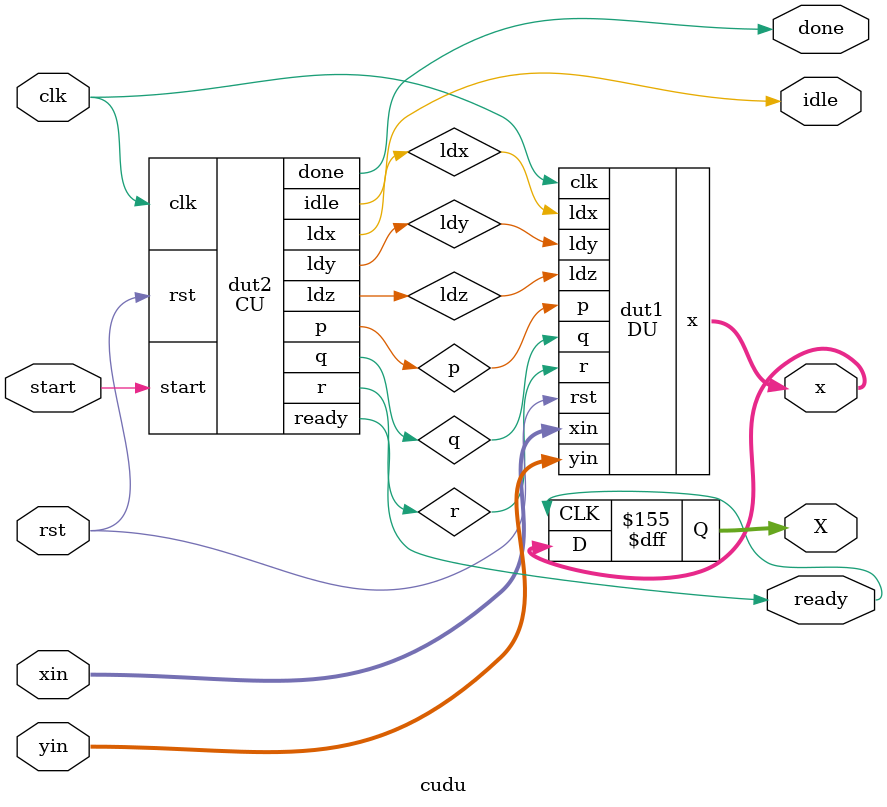
<source format=v>

module DU (ldx,ldy,ldz,p,q,r,clk,rst,xin,yin,x);
  input ldx,ldy,ldz,p,q,r,clk,rst;
  input [3:0] xin,yin;
  output reg [7:0] x;
  reg [7:0] y,z;
  
  
  //x
  always @ (posedge clk, posedge rst)
    begin
      if (rst)
        begin
          x<=0;
        end
      
      else if (ldx)
        begin
          case (p)
            0: x <= xin;
            1: x <= ((x<<1)/3)-y;
          endcase
        end
    end
   
  
  //y
  always @ (posedge clk, posedge rst)
    begin
      if (rst)
        begin
          y<=0;
        end
      
      else if (ldy)
        begin
          case (q)
            0: y<=yin;
            1: y<= (r) ? y/3 : y/z;
          endcase
        end
      
    end
  
  
  //z
  always @ (posedge clk, posedge rst)
    begin
      if (rst)
        begin
          z<=0;
        end
      
      else
        begin
          z<=xin*xin;
        end
      
    end
  
endmodule


///////////////CU//////////////////////////////////////////////////
module CU(clk,rst,start,done,idle,ready,ldx,ldy,ldz,p,q,r);
  input clk,rst,start;
  output reg done,idle,ready;
  reg [1:0] ps,ns;
  output reg ldx,ldy,ldz,p,q,r;
  
  parameter [1:0] s1=0,s2=1,s3=2,s4=3;
  
  //state register
  always @ (posedge clk, posedge rst)
    begin
      if (rst)
        begin 
          ps<=s1;
        end
      else
        begin
          ps<=ns;
        end
      
    end
  
  
  
  //next state logic
  always @ (ps, start)
    begin
      case (ps)
        s1: if (start) begin ns=s2;end else begin ns=s1;end
        s2: ns=s3;
        s3: ns=s4;
        s4: ns=s1;
      endcase
    end
  
  //output logic
  always @(ps, start)
    begin
      done=0;
      idle=0;
      ready=0;
      {ldx,ldy,ldz,p,q,r} = 0;
      case (ps)
        s1: begin if (start) begin ldx=1;	ldy=1;	ldz=1;	p=0;	q=0;	r=0; done=0;	idle=0;	ready=0; end else begin idle=1;end end
        s2: begin 			ldy=1;					q=1;	r=1;							 end
        s3: begin			ldy=1;					q=1;									 end
        s4: begin ldx=1;					p=1;					done=1;			ready=1; end
      endcase
    end
  
endmodule


//////////////cu du///////////////////////
module cudu(clk,rst,start,xin,yin,done,idle,ready,x,X);
  input clk,rst,start;
  input [3:0] xin,yin;
  output done,idle,ready;
  output [7:0] x;
  output reg [7:0] X;
  
  wire ldx,ldy,ldz,p,q,r;
  
  
  
  DU dut1(ldx,ldy,ldz,p,q,r,clk,rst,xin,yin,x);
  CU dut2(clk,rst,start,done,idle,ready,ldx,ldy,ldz,p,q,r);
  
  //the upper case of X to show the final result
  always @(negedge ready)
    begin
      if (!ready) begin X <= x;
      end
    end
        
  
endmodule

</source>
